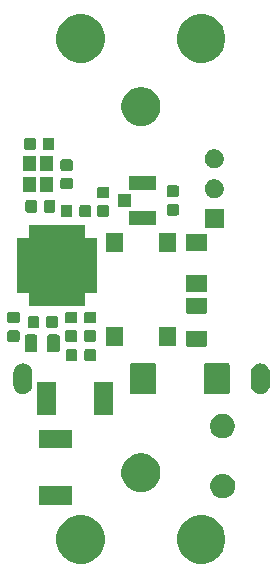
<source format=gbr>
G04 #@! TF.GenerationSoftware,KiCad,Pcbnew,5.1.5*
G04 #@! TF.CreationDate,2020-03-24T00:38:53+03:00*
G04 #@! TF.ProjectId,nordic-switch,6e6f7264-6963-42d7-9377-697463682e6b,1.0*
G04 #@! TF.SameCoordinates,Original*
G04 #@! TF.FileFunction,Soldermask,Top*
G04 #@! TF.FilePolarity,Negative*
%FSLAX46Y46*%
G04 Gerber Fmt 4.6, Leading zero omitted, Abs format (unit mm)*
G04 Created by KiCad (PCBNEW 5.1.5) date 2020-03-24 00:38:53*
%MOMM*%
%LPD*%
G04 APERTURE LIST*
%ADD10C,0.100000*%
G04 APERTURE END LIST*
D10*
G36*
X150098326Y-118927578D02*
G01*
X150098329Y-118927579D01*
X150098328Y-118927579D01*
X150471631Y-119082206D01*
X150807596Y-119306690D01*
X151093310Y-119592404D01*
X151317794Y-119928369D01*
X151317795Y-119928371D01*
X151472422Y-120301674D01*
X151551250Y-120697968D01*
X151551250Y-121102032D01*
X151472422Y-121498326D01*
X151472421Y-121498328D01*
X151317794Y-121871631D01*
X151093310Y-122207596D01*
X150807596Y-122493310D01*
X150471631Y-122717794D01*
X150471630Y-122717795D01*
X150471629Y-122717795D01*
X150098326Y-122872422D01*
X149702032Y-122951250D01*
X149297968Y-122951250D01*
X148901674Y-122872422D01*
X148528371Y-122717795D01*
X148528370Y-122717795D01*
X148528369Y-122717794D01*
X148192404Y-122493310D01*
X147906690Y-122207596D01*
X147682206Y-121871631D01*
X147527579Y-121498328D01*
X147527578Y-121498326D01*
X147448750Y-121102032D01*
X147448750Y-120697968D01*
X147527578Y-120301674D01*
X147682205Y-119928371D01*
X147682206Y-119928369D01*
X147906690Y-119592404D01*
X148192404Y-119306690D01*
X148528369Y-119082206D01*
X148901672Y-118927579D01*
X148901671Y-118927579D01*
X148901674Y-118927578D01*
X149297968Y-118848750D01*
X149702032Y-118848750D01*
X150098326Y-118927578D01*
G37*
G36*
X139898326Y-118927578D02*
G01*
X139898329Y-118927579D01*
X139898328Y-118927579D01*
X140271631Y-119082206D01*
X140607596Y-119306690D01*
X140893310Y-119592404D01*
X141117794Y-119928369D01*
X141117795Y-119928371D01*
X141272422Y-120301674D01*
X141351250Y-120697968D01*
X141351250Y-121102032D01*
X141272422Y-121498326D01*
X141272421Y-121498328D01*
X141117794Y-121871631D01*
X140893310Y-122207596D01*
X140607596Y-122493310D01*
X140271631Y-122717794D01*
X140271630Y-122717795D01*
X140271629Y-122717795D01*
X139898326Y-122872422D01*
X139502032Y-122951250D01*
X139097968Y-122951250D01*
X138701674Y-122872422D01*
X138328371Y-122717795D01*
X138328370Y-122717795D01*
X138328369Y-122717794D01*
X137992404Y-122493310D01*
X137706690Y-122207596D01*
X137482206Y-121871631D01*
X137327579Y-121498328D01*
X137327578Y-121498326D01*
X137248750Y-121102032D01*
X137248750Y-120697968D01*
X137327578Y-120301674D01*
X137482205Y-119928371D01*
X137482206Y-119928369D01*
X137706690Y-119592404D01*
X137992404Y-119306690D01*
X138328369Y-119082206D01*
X138701672Y-118927579D01*
X138701671Y-118927579D01*
X138701674Y-118927578D01*
X139097968Y-118848750D01*
X139502032Y-118848750D01*
X139898326Y-118927578D01*
G37*
G36*
X138601000Y-118001000D02*
G01*
X135799000Y-118001000D01*
X135799000Y-116399000D01*
X138601000Y-116399000D01*
X138601000Y-118001000D01*
G37*
G36*
X151616564Y-115369389D02*
G01*
X151720911Y-115412611D01*
X151807835Y-115448616D01*
X151979973Y-115563635D01*
X152126365Y-115710027D01*
X152241385Y-115882167D01*
X152320611Y-116073436D01*
X152361000Y-116276484D01*
X152361000Y-116483516D01*
X152320611Y-116686564D01*
X152309620Y-116713098D01*
X152241384Y-116877835D01*
X152126365Y-117049973D01*
X151979973Y-117196365D01*
X151807835Y-117311384D01*
X151807834Y-117311385D01*
X151807833Y-117311385D01*
X151616564Y-117390611D01*
X151413516Y-117431000D01*
X151206484Y-117431000D01*
X151003436Y-117390611D01*
X150812167Y-117311385D01*
X150812166Y-117311385D01*
X150812165Y-117311384D01*
X150640027Y-117196365D01*
X150493635Y-117049973D01*
X150378616Y-116877835D01*
X150310380Y-116713098D01*
X150299389Y-116686564D01*
X150259000Y-116483516D01*
X150259000Y-116276484D01*
X150299389Y-116073436D01*
X150378615Y-115882167D01*
X150493635Y-115710027D01*
X150640027Y-115563635D01*
X150812165Y-115448616D01*
X150899089Y-115412611D01*
X151003436Y-115369389D01*
X151206484Y-115329000D01*
X151413516Y-115329000D01*
X151616564Y-115369389D01*
G37*
G36*
X144775256Y-113641298D02*
G01*
X144881579Y-113662447D01*
X145182042Y-113786903D01*
X145452451Y-113967585D01*
X145682415Y-114197549D01*
X145863097Y-114467958D01*
X145987553Y-114768421D01*
X146051000Y-115087391D01*
X146051000Y-115412609D01*
X145987553Y-115731579D01*
X145863097Y-116032042D01*
X145682415Y-116302451D01*
X145452451Y-116532415D01*
X145182042Y-116713097D01*
X144881579Y-116837553D01*
X144775256Y-116858702D01*
X144562611Y-116901000D01*
X144237389Y-116901000D01*
X144024744Y-116858702D01*
X143918421Y-116837553D01*
X143617958Y-116713097D01*
X143347549Y-116532415D01*
X143117585Y-116302451D01*
X142936903Y-116032042D01*
X142812447Y-115731579D01*
X142749000Y-115412609D01*
X142749000Y-115087391D01*
X142812447Y-114768421D01*
X142936903Y-114467958D01*
X143117585Y-114197549D01*
X143347549Y-113967585D01*
X143617958Y-113786903D01*
X143918421Y-113662447D01*
X144024744Y-113641298D01*
X144237389Y-113599000D01*
X144562611Y-113599000D01*
X144775256Y-113641298D01*
G37*
G36*
X138601000Y-113201000D02*
G01*
X135799000Y-113201000D01*
X135799000Y-111599000D01*
X138601000Y-111599000D01*
X138601000Y-113201000D01*
G37*
G36*
X151606564Y-110289389D02*
G01*
X151797833Y-110368615D01*
X151797835Y-110368616D01*
X151846301Y-110401000D01*
X151969973Y-110483635D01*
X152116365Y-110630027D01*
X152231385Y-110802167D01*
X152310611Y-110993436D01*
X152351000Y-111196484D01*
X152351000Y-111403516D01*
X152310611Y-111606564D01*
X152231385Y-111797833D01*
X152231384Y-111797835D01*
X152116365Y-111969973D01*
X151969973Y-112116365D01*
X151797835Y-112231384D01*
X151797834Y-112231385D01*
X151797833Y-112231385D01*
X151606564Y-112310611D01*
X151403516Y-112351000D01*
X151196484Y-112351000D01*
X150993436Y-112310611D01*
X150802167Y-112231385D01*
X150802166Y-112231385D01*
X150802165Y-112231384D01*
X150630027Y-112116365D01*
X150483635Y-111969973D01*
X150368616Y-111797835D01*
X150368615Y-111797833D01*
X150289389Y-111606564D01*
X150249000Y-111403516D01*
X150249000Y-111196484D01*
X150289389Y-110993436D01*
X150368615Y-110802167D01*
X150483635Y-110630027D01*
X150630027Y-110483635D01*
X150753699Y-110401000D01*
X150802165Y-110368616D01*
X150802167Y-110368615D01*
X150993436Y-110289389D01*
X151196484Y-110249000D01*
X151403516Y-110249000D01*
X151606564Y-110289389D01*
G37*
G36*
X142001000Y-110401000D02*
G01*
X140399000Y-110401000D01*
X140399000Y-107599000D01*
X142001000Y-107599000D01*
X142001000Y-110401000D01*
G37*
G36*
X137201000Y-110401000D02*
G01*
X135599000Y-110401000D01*
X135599000Y-107599000D01*
X137201000Y-107599000D01*
X137201000Y-110401000D01*
G37*
G36*
X145541132Y-105977810D02*
G01*
X145572423Y-105987302D01*
X145601263Y-106002717D01*
X145626539Y-106023461D01*
X145647283Y-106048737D01*
X145662698Y-106077577D01*
X145672190Y-106108868D01*
X145676000Y-106147551D01*
X145676000Y-108452449D01*
X145672190Y-108491132D01*
X145662698Y-108522423D01*
X145647283Y-108551263D01*
X145626539Y-108576539D01*
X145601263Y-108597283D01*
X145572423Y-108612698D01*
X145541132Y-108622190D01*
X145502449Y-108626000D01*
X143672551Y-108626000D01*
X143633868Y-108622190D01*
X143602577Y-108612698D01*
X143573737Y-108597283D01*
X143548461Y-108576539D01*
X143527717Y-108551263D01*
X143512302Y-108522423D01*
X143502810Y-108491132D01*
X143499000Y-108452449D01*
X143499000Y-106147551D01*
X143502810Y-106108868D01*
X143512302Y-106077577D01*
X143527717Y-106048737D01*
X143548461Y-106023461D01*
X143573737Y-106002717D01*
X143602577Y-105987302D01*
X143633868Y-105977810D01*
X143672551Y-105974000D01*
X145502449Y-105974000D01*
X145541132Y-105977810D01*
G37*
G36*
X151766132Y-105977810D02*
G01*
X151797423Y-105987302D01*
X151826263Y-106002717D01*
X151851539Y-106023461D01*
X151872283Y-106048737D01*
X151887698Y-106077577D01*
X151897190Y-106108868D01*
X151901000Y-106147551D01*
X151901000Y-108452449D01*
X151897190Y-108491132D01*
X151887698Y-108522423D01*
X151872283Y-108551263D01*
X151851539Y-108576539D01*
X151826263Y-108597283D01*
X151797423Y-108612698D01*
X151766132Y-108622190D01*
X151727449Y-108626000D01*
X149897551Y-108626000D01*
X149858868Y-108622190D01*
X149827577Y-108612698D01*
X149798737Y-108597283D01*
X149773461Y-108576539D01*
X149752717Y-108551263D01*
X149737302Y-108522423D01*
X149727810Y-108491132D01*
X149724000Y-108452449D01*
X149724000Y-106147551D01*
X149727810Y-106108868D01*
X149737302Y-106077577D01*
X149752717Y-106048737D01*
X149773461Y-106023461D01*
X149798737Y-106002717D01*
X149827577Y-105987302D01*
X149858868Y-105977810D01*
X149897551Y-105974000D01*
X151727449Y-105974000D01*
X151766132Y-105977810D01*
G37*
G36*
X134557023Y-106010590D02*
G01*
X134657682Y-106041125D01*
X134708013Y-106056392D01*
X134847165Y-106130771D01*
X134969133Y-106230867D01*
X135069229Y-106352835D01*
X135143608Y-106491987D01*
X135143608Y-106491988D01*
X135189410Y-106642977D01*
X135201000Y-106760655D01*
X135201000Y-107839345D01*
X135189410Y-107957023D01*
X135158875Y-108057682D01*
X135143608Y-108108013D01*
X135069230Y-108247164D01*
X135069229Y-108247165D01*
X134969133Y-108369133D01*
X134867611Y-108452449D01*
X134847164Y-108469229D01*
X134708012Y-108543608D01*
X134682776Y-108551263D01*
X134557022Y-108589410D01*
X134400000Y-108604875D01*
X134242977Y-108589410D01*
X134117223Y-108551263D01*
X134091987Y-108543608D01*
X133952835Y-108469229D01*
X133946567Y-108464085D01*
X133830867Y-108369133D01*
X133730771Y-108247164D01*
X133656393Y-108108013D01*
X133656392Y-108108012D01*
X133641125Y-108057681D01*
X133610590Y-107957022D01*
X133599000Y-107839344D01*
X133599001Y-106760655D01*
X133610591Y-106642977D01*
X133656393Y-106491988D01*
X133656393Y-106491987D01*
X133730772Y-106352835D01*
X133830868Y-106230867D01*
X133952836Y-106130771D01*
X134091988Y-106056392D01*
X134142319Y-106041125D01*
X134242978Y-106010590D01*
X134400000Y-105995125D01*
X134557023Y-106010590D01*
G37*
G36*
X154657023Y-106010590D02*
G01*
X154757682Y-106041125D01*
X154808013Y-106056392D01*
X154947165Y-106130771D01*
X155069133Y-106230867D01*
X155169229Y-106352835D01*
X155243608Y-106491987D01*
X155243608Y-106491988D01*
X155289410Y-106642977D01*
X155301000Y-106760655D01*
X155301000Y-107839345D01*
X155289410Y-107957023D01*
X155258875Y-108057682D01*
X155243608Y-108108013D01*
X155169230Y-108247164D01*
X155169229Y-108247165D01*
X155069133Y-108369133D01*
X154967611Y-108452449D01*
X154947164Y-108469229D01*
X154808012Y-108543608D01*
X154782776Y-108551263D01*
X154657022Y-108589410D01*
X154500000Y-108604875D01*
X154342977Y-108589410D01*
X154217223Y-108551263D01*
X154191987Y-108543608D01*
X154052835Y-108469229D01*
X154046567Y-108464085D01*
X153930867Y-108369133D01*
X153830771Y-108247164D01*
X153756393Y-108108013D01*
X153756392Y-108108012D01*
X153741125Y-108057681D01*
X153710590Y-107957022D01*
X153699000Y-107839344D01*
X153699001Y-106760655D01*
X153710591Y-106642977D01*
X153756393Y-106491988D01*
X153756393Y-106491987D01*
X153830772Y-106352835D01*
X153930868Y-106230867D01*
X154052836Y-106130771D01*
X154191988Y-106056392D01*
X154242319Y-106041125D01*
X154342978Y-106010590D01*
X154500000Y-105995125D01*
X154657023Y-106010590D01*
G37*
G36*
X140442091Y-104778085D02*
G01*
X140476069Y-104788393D01*
X140507390Y-104805134D01*
X140534839Y-104827661D01*
X140557366Y-104855110D01*
X140574107Y-104886431D01*
X140584415Y-104920409D01*
X140588500Y-104961890D01*
X140588500Y-105638110D01*
X140584415Y-105679591D01*
X140574107Y-105713569D01*
X140557366Y-105744890D01*
X140534839Y-105772339D01*
X140507390Y-105794866D01*
X140476069Y-105811607D01*
X140442091Y-105821915D01*
X140400610Y-105826000D01*
X139799390Y-105826000D01*
X139757909Y-105821915D01*
X139723931Y-105811607D01*
X139692610Y-105794866D01*
X139665161Y-105772339D01*
X139642634Y-105744890D01*
X139625893Y-105713569D01*
X139615585Y-105679591D01*
X139611500Y-105638110D01*
X139611500Y-104961890D01*
X139615585Y-104920409D01*
X139625893Y-104886431D01*
X139642634Y-104855110D01*
X139665161Y-104827661D01*
X139692610Y-104805134D01*
X139723931Y-104788393D01*
X139757909Y-104778085D01*
X139799390Y-104774000D01*
X140400610Y-104774000D01*
X140442091Y-104778085D01*
G37*
G36*
X138867091Y-104778085D02*
G01*
X138901069Y-104788393D01*
X138932390Y-104805134D01*
X138959839Y-104827661D01*
X138982366Y-104855110D01*
X138999107Y-104886431D01*
X139009415Y-104920409D01*
X139013500Y-104961890D01*
X139013500Y-105638110D01*
X139009415Y-105679591D01*
X138999107Y-105713569D01*
X138982366Y-105744890D01*
X138959839Y-105772339D01*
X138932390Y-105794866D01*
X138901069Y-105811607D01*
X138867091Y-105821915D01*
X138825610Y-105826000D01*
X138224390Y-105826000D01*
X138182909Y-105821915D01*
X138148931Y-105811607D01*
X138117610Y-105794866D01*
X138090161Y-105772339D01*
X138067634Y-105744890D01*
X138050893Y-105713569D01*
X138040585Y-105679591D01*
X138036500Y-105638110D01*
X138036500Y-104961890D01*
X138040585Y-104920409D01*
X138050893Y-104886431D01*
X138067634Y-104855110D01*
X138090161Y-104827661D01*
X138117610Y-104805134D01*
X138148931Y-104788393D01*
X138182909Y-104778085D01*
X138224390Y-104774000D01*
X138825610Y-104774000D01*
X138867091Y-104778085D01*
G37*
G36*
X135471968Y-103553565D02*
G01*
X135510638Y-103565296D01*
X135546277Y-103584346D01*
X135577517Y-103609983D01*
X135603154Y-103641223D01*
X135622204Y-103676862D01*
X135633935Y-103715532D01*
X135638500Y-103761888D01*
X135638500Y-104838112D01*
X135633935Y-104884468D01*
X135622204Y-104923138D01*
X135603154Y-104958777D01*
X135577517Y-104990017D01*
X135546277Y-105015654D01*
X135510638Y-105034704D01*
X135471968Y-105046435D01*
X135425612Y-105051000D01*
X134774388Y-105051000D01*
X134728032Y-105046435D01*
X134689362Y-105034704D01*
X134653723Y-105015654D01*
X134622483Y-104990017D01*
X134596846Y-104958777D01*
X134577796Y-104923138D01*
X134566065Y-104884468D01*
X134561500Y-104838112D01*
X134561500Y-103761888D01*
X134566065Y-103715532D01*
X134577796Y-103676862D01*
X134596846Y-103641223D01*
X134622483Y-103609983D01*
X134653723Y-103584346D01*
X134689362Y-103565296D01*
X134728032Y-103553565D01*
X134774388Y-103549000D01*
X135425612Y-103549000D01*
X135471968Y-103553565D01*
G37*
G36*
X137346968Y-103553565D02*
G01*
X137385638Y-103565296D01*
X137421277Y-103584346D01*
X137452517Y-103609983D01*
X137478154Y-103641223D01*
X137497204Y-103676862D01*
X137508935Y-103715532D01*
X137513500Y-103761888D01*
X137513500Y-104838112D01*
X137508935Y-104884468D01*
X137497204Y-104923138D01*
X137478154Y-104958777D01*
X137452517Y-104990017D01*
X137421277Y-105015654D01*
X137385638Y-105034704D01*
X137346968Y-105046435D01*
X137300612Y-105051000D01*
X136649388Y-105051000D01*
X136603032Y-105046435D01*
X136564362Y-105034704D01*
X136528723Y-105015654D01*
X136497483Y-104990017D01*
X136471846Y-104958777D01*
X136452796Y-104923138D01*
X136441065Y-104884468D01*
X136436500Y-104838112D01*
X136436500Y-103761888D01*
X136441065Y-103715532D01*
X136452796Y-103676862D01*
X136471846Y-103641223D01*
X136497483Y-103609983D01*
X136528723Y-103584346D01*
X136564362Y-103565296D01*
X136603032Y-103553565D01*
X136649388Y-103549000D01*
X137300612Y-103549000D01*
X137346968Y-103553565D01*
G37*
G36*
X149868604Y-103228347D02*
G01*
X149905144Y-103239432D01*
X149938821Y-103257433D01*
X149968341Y-103281659D01*
X149992567Y-103311179D01*
X150010568Y-103344856D01*
X150021653Y-103381396D01*
X150026000Y-103425538D01*
X150026000Y-104374462D01*
X150021653Y-104418604D01*
X150010568Y-104455144D01*
X149992567Y-104488821D01*
X149968341Y-104518341D01*
X149938821Y-104542567D01*
X149905144Y-104560568D01*
X149868604Y-104571653D01*
X149824462Y-104576000D01*
X148375538Y-104576000D01*
X148331396Y-104571653D01*
X148294856Y-104560568D01*
X148261179Y-104542567D01*
X148231659Y-104518341D01*
X148207433Y-104488821D01*
X148189432Y-104455144D01*
X148178347Y-104418604D01*
X148174000Y-104374462D01*
X148174000Y-103425538D01*
X148178347Y-103381396D01*
X148189432Y-103344856D01*
X148207433Y-103311179D01*
X148231659Y-103281659D01*
X148261179Y-103257433D01*
X148294856Y-103239432D01*
X148331396Y-103228347D01*
X148375538Y-103224000D01*
X149824462Y-103224000D01*
X149868604Y-103228347D01*
G37*
G36*
X142851000Y-104556000D02*
G01*
X141449000Y-104556000D01*
X141449000Y-102904000D01*
X142851000Y-102904000D01*
X142851000Y-104556000D01*
G37*
G36*
X147351000Y-104556000D02*
G01*
X145949000Y-104556000D01*
X145949000Y-102904000D01*
X147351000Y-102904000D01*
X147351000Y-104556000D01*
G37*
G36*
X133979591Y-103190585D02*
G01*
X134013569Y-103200893D01*
X134044890Y-103217634D01*
X134072339Y-103240161D01*
X134094866Y-103267610D01*
X134111607Y-103298931D01*
X134121915Y-103332909D01*
X134126000Y-103374390D01*
X134126000Y-103975610D01*
X134121915Y-104017091D01*
X134111607Y-104051069D01*
X134094866Y-104082390D01*
X134072339Y-104109839D01*
X134044890Y-104132366D01*
X134013569Y-104149107D01*
X133979591Y-104159415D01*
X133938110Y-104163500D01*
X133261890Y-104163500D01*
X133220409Y-104159415D01*
X133186431Y-104149107D01*
X133155110Y-104132366D01*
X133127661Y-104109839D01*
X133105134Y-104082390D01*
X133088393Y-104051069D01*
X133078085Y-104017091D01*
X133074000Y-103975610D01*
X133074000Y-103374390D01*
X133078085Y-103332909D01*
X133088393Y-103298931D01*
X133105134Y-103267610D01*
X133127661Y-103240161D01*
X133155110Y-103217634D01*
X133186431Y-103200893D01*
X133220409Y-103190585D01*
X133261890Y-103186500D01*
X133938110Y-103186500D01*
X133979591Y-103190585D01*
G37*
G36*
X138879591Y-103190585D02*
G01*
X138913569Y-103200893D01*
X138944890Y-103217634D01*
X138972339Y-103240161D01*
X138994866Y-103267610D01*
X139011607Y-103298931D01*
X139021915Y-103332909D01*
X139026000Y-103374390D01*
X139026000Y-103975610D01*
X139021915Y-104017091D01*
X139011607Y-104051069D01*
X138994866Y-104082390D01*
X138972339Y-104109839D01*
X138944890Y-104132366D01*
X138913569Y-104149107D01*
X138879591Y-104159415D01*
X138838110Y-104163500D01*
X138161890Y-104163500D01*
X138120409Y-104159415D01*
X138086431Y-104149107D01*
X138055110Y-104132366D01*
X138027661Y-104109839D01*
X138005134Y-104082390D01*
X137988393Y-104051069D01*
X137978085Y-104017091D01*
X137974000Y-103975610D01*
X137974000Y-103374390D01*
X137978085Y-103332909D01*
X137988393Y-103298931D01*
X138005134Y-103267610D01*
X138027661Y-103240161D01*
X138055110Y-103217634D01*
X138086431Y-103200893D01*
X138120409Y-103190585D01*
X138161890Y-103186500D01*
X138838110Y-103186500D01*
X138879591Y-103190585D01*
G37*
G36*
X140479591Y-103190585D02*
G01*
X140513569Y-103200893D01*
X140544890Y-103217634D01*
X140572339Y-103240161D01*
X140594866Y-103267610D01*
X140611607Y-103298931D01*
X140621915Y-103332909D01*
X140626000Y-103374390D01*
X140626000Y-103975610D01*
X140621915Y-104017091D01*
X140611607Y-104051069D01*
X140594866Y-104082390D01*
X140572339Y-104109839D01*
X140544890Y-104132366D01*
X140513569Y-104149107D01*
X140479591Y-104159415D01*
X140438110Y-104163500D01*
X139761890Y-104163500D01*
X139720409Y-104159415D01*
X139686431Y-104149107D01*
X139655110Y-104132366D01*
X139627661Y-104109839D01*
X139605134Y-104082390D01*
X139588393Y-104051069D01*
X139578085Y-104017091D01*
X139574000Y-103975610D01*
X139574000Y-103374390D01*
X139578085Y-103332909D01*
X139588393Y-103298931D01*
X139605134Y-103267610D01*
X139627661Y-103240161D01*
X139655110Y-103217634D01*
X139686431Y-103200893D01*
X139720409Y-103190585D01*
X139761890Y-103186500D01*
X140438110Y-103186500D01*
X140479591Y-103190585D01*
G37*
G36*
X137217091Y-101978085D02*
G01*
X137251069Y-101988393D01*
X137282390Y-102005134D01*
X137309839Y-102027661D01*
X137332366Y-102055110D01*
X137349107Y-102086431D01*
X137359415Y-102120409D01*
X137363500Y-102161890D01*
X137363500Y-102838110D01*
X137359415Y-102879591D01*
X137349107Y-102913569D01*
X137332366Y-102944890D01*
X137309839Y-102972339D01*
X137282390Y-102994866D01*
X137251069Y-103011607D01*
X137217091Y-103021915D01*
X137175610Y-103026000D01*
X136574390Y-103026000D01*
X136532909Y-103021915D01*
X136498931Y-103011607D01*
X136467610Y-102994866D01*
X136440161Y-102972339D01*
X136417634Y-102944890D01*
X136400893Y-102913569D01*
X136390585Y-102879591D01*
X136386500Y-102838110D01*
X136386500Y-102161890D01*
X136390585Y-102120409D01*
X136400893Y-102086431D01*
X136417634Y-102055110D01*
X136440161Y-102027661D01*
X136467610Y-102005134D01*
X136498931Y-101988393D01*
X136532909Y-101978085D01*
X136574390Y-101974000D01*
X137175610Y-101974000D01*
X137217091Y-101978085D01*
G37*
G36*
X135642091Y-101978085D02*
G01*
X135676069Y-101988393D01*
X135707390Y-102005134D01*
X135734839Y-102027661D01*
X135757366Y-102055110D01*
X135774107Y-102086431D01*
X135784415Y-102120409D01*
X135788500Y-102161890D01*
X135788500Y-102838110D01*
X135784415Y-102879591D01*
X135774107Y-102913569D01*
X135757366Y-102944890D01*
X135734839Y-102972339D01*
X135707390Y-102994866D01*
X135676069Y-103011607D01*
X135642091Y-103021915D01*
X135600610Y-103026000D01*
X134999390Y-103026000D01*
X134957909Y-103021915D01*
X134923931Y-103011607D01*
X134892610Y-102994866D01*
X134865161Y-102972339D01*
X134842634Y-102944890D01*
X134825893Y-102913569D01*
X134815585Y-102879591D01*
X134811500Y-102838110D01*
X134811500Y-102161890D01*
X134815585Y-102120409D01*
X134825893Y-102086431D01*
X134842634Y-102055110D01*
X134865161Y-102027661D01*
X134892610Y-102005134D01*
X134923931Y-101988393D01*
X134957909Y-101978085D01*
X134999390Y-101974000D01*
X135600610Y-101974000D01*
X135642091Y-101978085D01*
G37*
G36*
X140479591Y-101615585D02*
G01*
X140513569Y-101625893D01*
X140544890Y-101642634D01*
X140572339Y-101665161D01*
X140594866Y-101692610D01*
X140611607Y-101723931D01*
X140621915Y-101757909D01*
X140626000Y-101799390D01*
X140626000Y-102400610D01*
X140621915Y-102442091D01*
X140611607Y-102476069D01*
X140594866Y-102507390D01*
X140572339Y-102534839D01*
X140544890Y-102557366D01*
X140513569Y-102574107D01*
X140479591Y-102584415D01*
X140438110Y-102588500D01*
X139761890Y-102588500D01*
X139720409Y-102584415D01*
X139686431Y-102574107D01*
X139655110Y-102557366D01*
X139627661Y-102534839D01*
X139605134Y-102507390D01*
X139588393Y-102476069D01*
X139578085Y-102442091D01*
X139574000Y-102400610D01*
X139574000Y-101799390D01*
X139578085Y-101757909D01*
X139588393Y-101723931D01*
X139605134Y-101692610D01*
X139627661Y-101665161D01*
X139655110Y-101642634D01*
X139686431Y-101625893D01*
X139720409Y-101615585D01*
X139761890Y-101611500D01*
X140438110Y-101611500D01*
X140479591Y-101615585D01*
G37*
G36*
X133979591Y-101615585D02*
G01*
X134013569Y-101625893D01*
X134044890Y-101642634D01*
X134072339Y-101665161D01*
X134094866Y-101692610D01*
X134111607Y-101723931D01*
X134121915Y-101757909D01*
X134126000Y-101799390D01*
X134126000Y-102400610D01*
X134121915Y-102442091D01*
X134111607Y-102476069D01*
X134094866Y-102507390D01*
X134072339Y-102534839D01*
X134044890Y-102557366D01*
X134013569Y-102574107D01*
X133979591Y-102584415D01*
X133938110Y-102588500D01*
X133261890Y-102588500D01*
X133220409Y-102584415D01*
X133186431Y-102574107D01*
X133155110Y-102557366D01*
X133127661Y-102534839D01*
X133105134Y-102507390D01*
X133088393Y-102476069D01*
X133078085Y-102442091D01*
X133074000Y-102400610D01*
X133074000Y-101799390D01*
X133078085Y-101757909D01*
X133088393Y-101723931D01*
X133105134Y-101692610D01*
X133127661Y-101665161D01*
X133155110Y-101642634D01*
X133186431Y-101625893D01*
X133220409Y-101615585D01*
X133261890Y-101611500D01*
X133938110Y-101611500D01*
X133979591Y-101615585D01*
G37*
G36*
X138879591Y-101615585D02*
G01*
X138913569Y-101625893D01*
X138944890Y-101642634D01*
X138972339Y-101665161D01*
X138994866Y-101692610D01*
X139011607Y-101723931D01*
X139021915Y-101757909D01*
X139026000Y-101799390D01*
X139026000Y-102400610D01*
X139021915Y-102442091D01*
X139011607Y-102476069D01*
X138994866Y-102507390D01*
X138972339Y-102534839D01*
X138944890Y-102557366D01*
X138913569Y-102574107D01*
X138879591Y-102584415D01*
X138838110Y-102588500D01*
X138161890Y-102588500D01*
X138120409Y-102584415D01*
X138086431Y-102574107D01*
X138055110Y-102557366D01*
X138027661Y-102534839D01*
X138005134Y-102507390D01*
X137988393Y-102476069D01*
X137978085Y-102442091D01*
X137974000Y-102400610D01*
X137974000Y-101799390D01*
X137978085Y-101757909D01*
X137988393Y-101723931D01*
X138005134Y-101692610D01*
X138027661Y-101665161D01*
X138055110Y-101642634D01*
X138086431Y-101625893D01*
X138120409Y-101615585D01*
X138161890Y-101611500D01*
X138838110Y-101611500D01*
X138879591Y-101615585D01*
G37*
G36*
X149868604Y-100428347D02*
G01*
X149905144Y-100439432D01*
X149938821Y-100457433D01*
X149968341Y-100481659D01*
X149992567Y-100511179D01*
X150010568Y-100544856D01*
X150021653Y-100581396D01*
X150026000Y-100625538D01*
X150026000Y-101574462D01*
X150021653Y-101618604D01*
X150010568Y-101655144D01*
X149992567Y-101688821D01*
X149968341Y-101718341D01*
X149938821Y-101742567D01*
X149905144Y-101760568D01*
X149868604Y-101771653D01*
X149824462Y-101776000D01*
X148375538Y-101776000D01*
X148331396Y-101771653D01*
X148294856Y-101760568D01*
X148261179Y-101742567D01*
X148231659Y-101718341D01*
X148207433Y-101688821D01*
X148189432Y-101655144D01*
X148178347Y-101618604D01*
X148174000Y-101574462D01*
X148174000Y-100625538D01*
X148178347Y-100581396D01*
X148189432Y-100544856D01*
X148207433Y-100511179D01*
X148231659Y-100481659D01*
X148261179Y-100457433D01*
X148294856Y-100439432D01*
X148331396Y-100428347D01*
X148375538Y-100424000D01*
X149824462Y-100424000D01*
X149868604Y-100428347D01*
G37*
G36*
X135240416Y-94299843D02*
G01*
X135244556Y-94301099D01*
X135263716Y-94309035D01*
X135287750Y-94313815D01*
X135312254Y-94313815D01*
X135336287Y-94309034D01*
X135355445Y-94301099D01*
X135359584Y-94299843D01*
X135368143Y-94299000D01*
X135631857Y-94299000D01*
X135640416Y-94299843D01*
X135644556Y-94301099D01*
X135663716Y-94309035D01*
X135687750Y-94313815D01*
X135712254Y-94313815D01*
X135736287Y-94309034D01*
X135755445Y-94301099D01*
X135759584Y-94299843D01*
X135768143Y-94299000D01*
X136031857Y-94299000D01*
X136040416Y-94299843D01*
X136044556Y-94301099D01*
X136063716Y-94309035D01*
X136087750Y-94313815D01*
X136112254Y-94313815D01*
X136136287Y-94309034D01*
X136155445Y-94301099D01*
X136159584Y-94299843D01*
X136168143Y-94299000D01*
X136431857Y-94299000D01*
X136440416Y-94299843D01*
X136444556Y-94301099D01*
X136463716Y-94309035D01*
X136487750Y-94313815D01*
X136512254Y-94313815D01*
X136536287Y-94309034D01*
X136555445Y-94301099D01*
X136559584Y-94299843D01*
X136568143Y-94299000D01*
X136831857Y-94299000D01*
X136840416Y-94299843D01*
X136844556Y-94301099D01*
X136863716Y-94309035D01*
X136887750Y-94313815D01*
X136912254Y-94313815D01*
X136936287Y-94309034D01*
X136955445Y-94301099D01*
X136959584Y-94299843D01*
X136968143Y-94299000D01*
X137231857Y-94299000D01*
X137240416Y-94299843D01*
X137244556Y-94301099D01*
X137263716Y-94309035D01*
X137287750Y-94313815D01*
X137312254Y-94313815D01*
X137336287Y-94309034D01*
X137355445Y-94301099D01*
X137359584Y-94299843D01*
X137368143Y-94299000D01*
X137631857Y-94299000D01*
X137640416Y-94299843D01*
X137644556Y-94301099D01*
X137663716Y-94309035D01*
X137687750Y-94313815D01*
X137712254Y-94313815D01*
X137736287Y-94309034D01*
X137755445Y-94301099D01*
X137759584Y-94299843D01*
X137768143Y-94299000D01*
X138031857Y-94299000D01*
X138040416Y-94299843D01*
X138044556Y-94301099D01*
X138063716Y-94309035D01*
X138087750Y-94313815D01*
X138112254Y-94313815D01*
X138136287Y-94309034D01*
X138155445Y-94301099D01*
X138159584Y-94299843D01*
X138168143Y-94299000D01*
X138431857Y-94299000D01*
X138440416Y-94299843D01*
X138444556Y-94301099D01*
X138463716Y-94309035D01*
X138487750Y-94313815D01*
X138512254Y-94313815D01*
X138536287Y-94309034D01*
X138555445Y-94301099D01*
X138559584Y-94299843D01*
X138568143Y-94299000D01*
X138831857Y-94299000D01*
X138840416Y-94299843D01*
X138844556Y-94301099D01*
X138863716Y-94309035D01*
X138887750Y-94313815D01*
X138912254Y-94313815D01*
X138936287Y-94309034D01*
X138955445Y-94301099D01*
X138959584Y-94299843D01*
X138968143Y-94299000D01*
X139231857Y-94299000D01*
X139240416Y-94299843D01*
X139244556Y-94301099D01*
X139263716Y-94309035D01*
X139287750Y-94313815D01*
X139312254Y-94313815D01*
X139336287Y-94309034D01*
X139355445Y-94301099D01*
X139359584Y-94299843D01*
X139368143Y-94299000D01*
X139631857Y-94299000D01*
X139640416Y-94299843D01*
X139642745Y-94300550D01*
X139644887Y-94301695D01*
X139646765Y-94303235D01*
X139648305Y-94305113D01*
X139649450Y-94307255D01*
X139650157Y-94309584D01*
X139651000Y-94318143D01*
X139651000Y-95181857D01*
X139650157Y-95190416D01*
X139648622Y-95195476D01*
X139643842Y-95219509D01*
X139643842Y-95244013D01*
X139648623Y-95268047D01*
X139658000Y-95290685D01*
X139671614Y-95311060D01*
X139688941Y-95328387D01*
X139709315Y-95342000D01*
X139731954Y-95351378D01*
X139755987Y-95356158D01*
X139780491Y-95356158D01*
X139804524Y-95351378D01*
X139809584Y-95349843D01*
X139818143Y-95349000D01*
X140681857Y-95349000D01*
X140690416Y-95349843D01*
X140692745Y-95350550D01*
X140694887Y-95351695D01*
X140696765Y-95353235D01*
X140698305Y-95355113D01*
X140699450Y-95357255D01*
X140700157Y-95359584D01*
X140701000Y-95368143D01*
X140701000Y-95631857D01*
X140700157Y-95640416D01*
X140698901Y-95644556D01*
X140690965Y-95663716D01*
X140686185Y-95687750D01*
X140686185Y-95712254D01*
X140690966Y-95736287D01*
X140698901Y-95755445D01*
X140700157Y-95759584D01*
X140701000Y-95768143D01*
X140701000Y-96031857D01*
X140700157Y-96040416D01*
X140698901Y-96044556D01*
X140690965Y-96063716D01*
X140686185Y-96087750D01*
X140686185Y-96112254D01*
X140690966Y-96136287D01*
X140698901Y-96155445D01*
X140700157Y-96159584D01*
X140701000Y-96168143D01*
X140701000Y-96431857D01*
X140700157Y-96440416D01*
X140698901Y-96444556D01*
X140690965Y-96463716D01*
X140686185Y-96487750D01*
X140686185Y-96512254D01*
X140690966Y-96536287D01*
X140698901Y-96555445D01*
X140700157Y-96559584D01*
X140701000Y-96568143D01*
X140701000Y-96831857D01*
X140700157Y-96840416D01*
X140698901Y-96844556D01*
X140690965Y-96863716D01*
X140686185Y-96887750D01*
X140686185Y-96912254D01*
X140690966Y-96936287D01*
X140698901Y-96955445D01*
X140700157Y-96959584D01*
X140701000Y-96968143D01*
X140701000Y-97231857D01*
X140700157Y-97240416D01*
X140698901Y-97244556D01*
X140690965Y-97263716D01*
X140686185Y-97287750D01*
X140686185Y-97312254D01*
X140690966Y-97336287D01*
X140698901Y-97355445D01*
X140700157Y-97359584D01*
X140701000Y-97368143D01*
X140701000Y-97631857D01*
X140700157Y-97640416D01*
X140698901Y-97644556D01*
X140690965Y-97663716D01*
X140686185Y-97687750D01*
X140686185Y-97712254D01*
X140690966Y-97736287D01*
X140698901Y-97755445D01*
X140700157Y-97759584D01*
X140701000Y-97768143D01*
X140701000Y-98031857D01*
X140700157Y-98040416D01*
X140698901Y-98044556D01*
X140690965Y-98063716D01*
X140686185Y-98087750D01*
X140686185Y-98112254D01*
X140690966Y-98136287D01*
X140698901Y-98155445D01*
X140700157Y-98159584D01*
X140701000Y-98168143D01*
X140701000Y-98431857D01*
X140700157Y-98440416D01*
X140698901Y-98444556D01*
X140690965Y-98463716D01*
X140686185Y-98487750D01*
X140686185Y-98512254D01*
X140690966Y-98536287D01*
X140698901Y-98555445D01*
X140700157Y-98559584D01*
X140701000Y-98568143D01*
X140701000Y-98831857D01*
X140700157Y-98840416D01*
X140698901Y-98844556D01*
X140690965Y-98863716D01*
X140686185Y-98887750D01*
X140686185Y-98912254D01*
X140690966Y-98936287D01*
X140698901Y-98955445D01*
X140700157Y-98959584D01*
X140701000Y-98968143D01*
X140701000Y-99231857D01*
X140700157Y-99240416D01*
X140698901Y-99244556D01*
X140690965Y-99263716D01*
X140686185Y-99287750D01*
X140686185Y-99312254D01*
X140690966Y-99336287D01*
X140698901Y-99355445D01*
X140700157Y-99359584D01*
X140701000Y-99368143D01*
X140701000Y-99631857D01*
X140700157Y-99640416D01*
X140698901Y-99644556D01*
X140690965Y-99663716D01*
X140686185Y-99687750D01*
X140686185Y-99712254D01*
X140690966Y-99736287D01*
X140698901Y-99755445D01*
X140700157Y-99759584D01*
X140701000Y-99768143D01*
X140701000Y-100031857D01*
X140700157Y-100040416D01*
X140699450Y-100042745D01*
X140698305Y-100044887D01*
X140696765Y-100046765D01*
X140694887Y-100048305D01*
X140692745Y-100049450D01*
X140690416Y-100050157D01*
X140681857Y-100051000D01*
X139818143Y-100051000D01*
X139809584Y-100050157D01*
X139804524Y-100048622D01*
X139780491Y-100043842D01*
X139755987Y-100043842D01*
X139731953Y-100048623D01*
X139709315Y-100058000D01*
X139688940Y-100071614D01*
X139671613Y-100088941D01*
X139658000Y-100109315D01*
X139648622Y-100131954D01*
X139643842Y-100155987D01*
X139643842Y-100180491D01*
X139648622Y-100204524D01*
X139650157Y-100209584D01*
X139651000Y-100218143D01*
X139651000Y-101081857D01*
X139650157Y-101090416D01*
X139649450Y-101092745D01*
X139648305Y-101094887D01*
X139646765Y-101096765D01*
X139644887Y-101098305D01*
X139642745Y-101099450D01*
X139640416Y-101100157D01*
X139631857Y-101101000D01*
X139368143Y-101101000D01*
X139359584Y-101100157D01*
X139355444Y-101098901D01*
X139336284Y-101090965D01*
X139312250Y-101086185D01*
X139287746Y-101086185D01*
X139263713Y-101090966D01*
X139244555Y-101098901D01*
X139240416Y-101100157D01*
X139231857Y-101101000D01*
X138968143Y-101101000D01*
X138959584Y-101100157D01*
X138955444Y-101098901D01*
X138936284Y-101090965D01*
X138912250Y-101086185D01*
X138887746Y-101086185D01*
X138863713Y-101090966D01*
X138844555Y-101098901D01*
X138840416Y-101100157D01*
X138831857Y-101101000D01*
X138568143Y-101101000D01*
X138559584Y-101100157D01*
X138555444Y-101098901D01*
X138536284Y-101090965D01*
X138512250Y-101086185D01*
X138487746Y-101086185D01*
X138463713Y-101090966D01*
X138444555Y-101098901D01*
X138440416Y-101100157D01*
X138431857Y-101101000D01*
X138168143Y-101101000D01*
X138159584Y-101100157D01*
X138155444Y-101098901D01*
X138136284Y-101090965D01*
X138112250Y-101086185D01*
X138087746Y-101086185D01*
X138063713Y-101090966D01*
X138044555Y-101098901D01*
X138040416Y-101100157D01*
X138031857Y-101101000D01*
X137768143Y-101101000D01*
X137759584Y-101100157D01*
X137755444Y-101098901D01*
X137736284Y-101090965D01*
X137712250Y-101086185D01*
X137687746Y-101086185D01*
X137663713Y-101090966D01*
X137644555Y-101098901D01*
X137640416Y-101100157D01*
X137631857Y-101101000D01*
X137368143Y-101101000D01*
X137359584Y-101100157D01*
X137355444Y-101098901D01*
X137336284Y-101090965D01*
X137312250Y-101086185D01*
X137287746Y-101086185D01*
X137263713Y-101090966D01*
X137244555Y-101098901D01*
X137240416Y-101100157D01*
X137231857Y-101101000D01*
X136968143Y-101101000D01*
X136959584Y-101100157D01*
X136955444Y-101098901D01*
X136936284Y-101090965D01*
X136912250Y-101086185D01*
X136887746Y-101086185D01*
X136863713Y-101090966D01*
X136844555Y-101098901D01*
X136840416Y-101100157D01*
X136831857Y-101101000D01*
X136568143Y-101101000D01*
X136559584Y-101100157D01*
X136555444Y-101098901D01*
X136536284Y-101090965D01*
X136512250Y-101086185D01*
X136487746Y-101086185D01*
X136463713Y-101090966D01*
X136444555Y-101098901D01*
X136440416Y-101100157D01*
X136431857Y-101101000D01*
X136168143Y-101101000D01*
X136159584Y-101100157D01*
X136155444Y-101098901D01*
X136136284Y-101090965D01*
X136112250Y-101086185D01*
X136087746Y-101086185D01*
X136063713Y-101090966D01*
X136044555Y-101098901D01*
X136040416Y-101100157D01*
X136031857Y-101101000D01*
X135768143Y-101101000D01*
X135759584Y-101100157D01*
X135755444Y-101098901D01*
X135736284Y-101090965D01*
X135712250Y-101086185D01*
X135687746Y-101086185D01*
X135663713Y-101090966D01*
X135644555Y-101098901D01*
X135640416Y-101100157D01*
X135631857Y-101101000D01*
X135368143Y-101101000D01*
X135359584Y-101100157D01*
X135355444Y-101098901D01*
X135336284Y-101090965D01*
X135312250Y-101086185D01*
X135287746Y-101086185D01*
X135263713Y-101090966D01*
X135244555Y-101098901D01*
X135240416Y-101100157D01*
X135231857Y-101101000D01*
X134968143Y-101101000D01*
X134959584Y-101100157D01*
X134957255Y-101099450D01*
X134955113Y-101098305D01*
X134953235Y-101096765D01*
X134951695Y-101094887D01*
X134950550Y-101092745D01*
X134949843Y-101090416D01*
X134949000Y-101081857D01*
X134949000Y-100218143D01*
X134949843Y-100209584D01*
X134951378Y-100204524D01*
X134956158Y-100180491D01*
X134956158Y-100155987D01*
X134951377Y-100131953D01*
X134942000Y-100109315D01*
X134928386Y-100088940D01*
X134911059Y-100071613D01*
X134890685Y-100058000D01*
X134868046Y-100048622D01*
X134844013Y-100043842D01*
X134819509Y-100043842D01*
X134795476Y-100048622D01*
X134790416Y-100050157D01*
X134781857Y-100051000D01*
X133918143Y-100051000D01*
X133909584Y-100050157D01*
X133907255Y-100049450D01*
X133905113Y-100048305D01*
X133903235Y-100046765D01*
X133901695Y-100044887D01*
X133900550Y-100042745D01*
X133899843Y-100040416D01*
X133899000Y-100031857D01*
X133899000Y-99768143D01*
X133899843Y-99759584D01*
X133901099Y-99755444D01*
X133909035Y-99736284D01*
X133913815Y-99712250D01*
X133913815Y-99687746D01*
X133909034Y-99663713D01*
X133901099Y-99644555D01*
X133899843Y-99640416D01*
X133899000Y-99631857D01*
X133899000Y-99368143D01*
X133899843Y-99359584D01*
X133901099Y-99355444D01*
X133909035Y-99336284D01*
X133913815Y-99312250D01*
X133913815Y-99287746D01*
X133909034Y-99263713D01*
X133901099Y-99244555D01*
X133899843Y-99240416D01*
X133899000Y-99231857D01*
X133899000Y-98968143D01*
X133899843Y-98959584D01*
X133901099Y-98955444D01*
X133909035Y-98936284D01*
X133913815Y-98912250D01*
X133913815Y-98887746D01*
X133909034Y-98863713D01*
X133901099Y-98844555D01*
X133899843Y-98840416D01*
X133899000Y-98831857D01*
X133899000Y-98568143D01*
X133899843Y-98559584D01*
X133901099Y-98555444D01*
X133909035Y-98536284D01*
X133913815Y-98512250D01*
X133913815Y-98487746D01*
X133909034Y-98463713D01*
X133901099Y-98444555D01*
X133899843Y-98440416D01*
X133899000Y-98431857D01*
X133899000Y-98168143D01*
X133899843Y-98159584D01*
X133901099Y-98155444D01*
X133909035Y-98136284D01*
X133913815Y-98112250D01*
X133913815Y-98087746D01*
X133909034Y-98063713D01*
X133901099Y-98044555D01*
X133899843Y-98040416D01*
X133899000Y-98031857D01*
X133899000Y-97768143D01*
X133899843Y-97759584D01*
X133901099Y-97755444D01*
X133909035Y-97736284D01*
X133913815Y-97712250D01*
X133913815Y-97687746D01*
X133909034Y-97663713D01*
X133901099Y-97644555D01*
X133899843Y-97640416D01*
X133899000Y-97631857D01*
X133899000Y-97368143D01*
X133899843Y-97359584D01*
X133901099Y-97355444D01*
X133909035Y-97336284D01*
X133913815Y-97312250D01*
X133913815Y-97287746D01*
X133909034Y-97263713D01*
X133901099Y-97244555D01*
X133899843Y-97240416D01*
X133899000Y-97231857D01*
X133899000Y-96968143D01*
X133899843Y-96959584D01*
X133901099Y-96955444D01*
X133909035Y-96936284D01*
X133913815Y-96912250D01*
X133913815Y-96887746D01*
X133909034Y-96863713D01*
X133901099Y-96844555D01*
X133899843Y-96840416D01*
X133899000Y-96831857D01*
X133899000Y-96568143D01*
X133899843Y-96559584D01*
X133901099Y-96555444D01*
X133909035Y-96536284D01*
X133913815Y-96512250D01*
X133913815Y-96487746D01*
X133909034Y-96463713D01*
X133901099Y-96444555D01*
X133899843Y-96440416D01*
X133899000Y-96431857D01*
X133899000Y-96168143D01*
X133899843Y-96159584D01*
X133901099Y-96155444D01*
X133909035Y-96136284D01*
X133913815Y-96112250D01*
X133913815Y-96087746D01*
X133909034Y-96063713D01*
X133901099Y-96044555D01*
X133899843Y-96040416D01*
X133899000Y-96031857D01*
X133899000Y-95768143D01*
X133899843Y-95759584D01*
X133901099Y-95755444D01*
X133909035Y-95736284D01*
X133913815Y-95712250D01*
X133913815Y-95687746D01*
X133909034Y-95663713D01*
X133901099Y-95644555D01*
X133899843Y-95640416D01*
X133899000Y-95631857D01*
X133899000Y-95368143D01*
X133899843Y-95359584D01*
X133900550Y-95357255D01*
X133901695Y-95355113D01*
X133903235Y-95353235D01*
X133905113Y-95351695D01*
X133907255Y-95350550D01*
X133909584Y-95349843D01*
X133918143Y-95349000D01*
X134781857Y-95349000D01*
X134790416Y-95349843D01*
X134795476Y-95351378D01*
X134819509Y-95356158D01*
X134844013Y-95356158D01*
X134868047Y-95351377D01*
X134890685Y-95342000D01*
X134911060Y-95328386D01*
X134928387Y-95311059D01*
X134942000Y-95290685D01*
X134951378Y-95268046D01*
X134956158Y-95244013D01*
X134956158Y-95219509D01*
X134951378Y-95195476D01*
X134949843Y-95190416D01*
X134949000Y-95181857D01*
X134949000Y-94318143D01*
X134949843Y-94309584D01*
X134950550Y-94307255D01*
X134951695Y-94305113D01*
X134953235Y-94303235D01*
X134955113Y-94301695D01*
X134957255Y-94300550D01*
X134959584Y-94299843D01*
X134968143Y-94299000D01*
X135231857Y-94299000D01*
X135240416Y-94299843D01*
G37*
G36*
X150001000Y-99951000D02*
G01*
X148199000Y-99951000D01*
X148199000Y-98549000D01*
X150001000Y-98549000D01*
X150001000Y-99951000D01*
G37*
G36*
X147351000Y-96596000D02*
G01*
X145949000Y-96596000D01*
X145949000Y-94944000D01*
X147351000Y-94944000D01*
X147351000Y-96596000D01*
G37*
G36*
X142851000Y-96596000D02*
G01*
X141449000Y-96596000D01*
X141449000Y-94944000D01*
X142851000Y-94944000D01*
X142851000Y-96596000D01*
G37*
G36*
X150001000Y-96451000D02*
G01*
X148199000Y-96451000D01*
X148199000Y-95049000D01*
X150001000Y-95049000D01*
X150001000Y-96451000D01*
G37*
G36*
X151401000Y-94541000D02*
G01*
X149799000Y-94541000D01*
X149799000Y-92939000D01*
X151401000Y-92939000D01*
X151401000Y-94541000D01*
G37*
G36*
X145676000Y-94251000D02*
G01*
X143374000Y-94251000D01*
X143374000Y-93099000D01*
X145676000Y-93099000D01*
X145676000Y-94251000D01*
G37*
G36*
X138442091Y-92578085D02*
G01*
X138476069Y-92588393D01*
X138507390Y-92605134D01*
X138534839Y-92627661D01*
X138557366Y-92655110D01*
X138574107Y-92686431D01*
X138584415Y-92720409D01*
X138588500Y-92761890D01*
X138588500Y-93438110D01*
X138584415Y-93479591D01*
X138574107Y-93513569D01*
X138557366Y-93544890D01*
X138534839Y-93572339D01*
X138507390Y-93594866D01*
X138476069Y-93611607D01*
X138442091Y-93621915D01*
X138400610Y-93626000D01*
X137799390Y-93626000D01*
X137757909Y-93621915D01*
X137723931Y-93611607D01*
X137692610Y-93594866D01*
X137665161Y-93572339D01*
X137642634Y-93544890D01*
X137625893Y-93513569D01*
X137615585Y-93479591D01*
X137611500Y-93438110D01*
X137611500Y-92761890D01*
X137615585Y-92720409D01*
X137625893Y-92686431D01*
X137642634Y-92655110D01*
X137665161Y-92627661D01*
X137692610Y-92605134D01*
X137723931Y-92588393D01*
X137757909Y-92578085D01*
X137799390Y-92574000D01*
X138400610Y-92574000D01*
X138442091Y-92578085D01*
G37*
G36*
X140017091Y-92578085D02*
G01*
X140051069Y-92588393D01*
X140082390Y-92605134D01*
X140109839Y-92627661D01*
X140132366Y-92655110D01*
X140149107Y-92686431D01*
X140159415Y-92720409D01*
X140163500Y-92761890D01*
X140163500Y-93438110D01*
X140159415Y-93479591D01*
X140149107Y-93513569D01*
X140132366Y-93544890D01*
X140109839Y-93572339D01*
X140082390Y-93594866D01*
X140051069Y-93611607D01*
X140017091Y-93621915D01*
X139975610Y-93626000D01*
X139374390Y-93626000D01*
X139332909Y-93621915D01*
X139298931Y-93611607D01*
X139267610Y-93594866D01*
X139240161Y-93572339D01*
X139217634Y-93544890D01*
X139200893Y-93513569D01*
X139190585Y-93479591D01*
X139186500Y-93438110D01*
X139186500Y-92761890D01*
X139190585Y-92720409D01*
X139200893Y-92686431D01*
X139217634Y-92655110D01*
X139240161Y-92627661D01*
X139267610Y-92605134D01*
X139298931Y-92588393D01*
X139332909Y-92578085D01*
X139374390Y-92574000D01*
X139975610Y-92574000D01*
X140017091Y-92578085D01*
G37*
G36*
X141579591Y-92615585D02*
G01*
X141613569Y-92625893D01*
X141644890Y-92642634D01*
X141672339Y-92665161D01*
X141694866Y-92692610D01*
X141711607Y-92723931D01*
X141721915Y-92757909D01*
X141726000Y-92799390D01*
X141726000Y-93400610D01*
X141721915Y-93442091D01*
X141711607Y-93476069D01*
X141694866Y-93507390D01*
X141672339Y-93534839D01*
X141644890Y-93557366D01*
X141613569Y-93574107D01*
X141579591Y-93584415D01*
X141538110Y-93588500D01*
X140861890Y-93588500D01*
X140820409Y-93584415D01*
X140786431Y-93574107D01*
X140755110Y-93557366D01*
X140727661Y-93534839D01*
X140705134Y-93507390D01*
X140688393Y-93476069D01*
X140678085Y-93442091D01*
X140674000Y-93400610D01*
X140674000Y-92799390D01*
X140678085Y-92757909D01*
X140688393Y-92723931D01*
X140705134Y-92692610D01*
X140727661Y-92665161D01*
X140755110Y-92642634D01*
X140786431Y-92625893D01*
X140820409Y-92615585D01*
X140861890Y-92611500D01*
X141538110Y-92611500D01*
X141579591Y-92615585D01*
G37*
G36*
X147479591Y-92503085D02*
G01*
X147513569Y-92513393D01*
X147544890Y-92530134D01*
X147572339Y-92552661D01*
X147594866Y-92580110D01*
X147611607Y-92611431D01*
X147621915Y-92645409D01*
X147626000Y-92686890D01*
X147626000Y-93288110D01*
X147621915Y-93329591D01*
X147611607Y-93363569D01*
X147594866Y-93394890D01*
X147572339Y-93422339D01*
X147544890Y-93444866D01*
X147513569Y-93461607D01*
X147479591Y-93471915D01*
X147438110Y-93476000D01*
X146761890Y-93476000D01*
X146720409Y-93471915D01*
X146686431Y-93461607D01*
X146655110Y-93444866D01*
X146627661Y-93422339D01*
X146605134Y-93394890D01*
X146588393Y-93363569D01*
X146578085Y-93329591D01*
X146574000Y-93288110D01*
X146574000Y-92686890D01*
X146578085Y-92645409D01*
X146588393Y-92611431D01*
X146605134Y-92580110D01*
X146627661Y-92552661D01*
X146655110Y-92530134D01*
X146686431Y-92513393D01*
X146720409Y-92503085D01*
X146761890Y-92499000D01*
X147438110Y-92499000D01*
X147479591Y-92503085D01*
G37*
G36*
X135442091Y-92178085D02*
G01*
X135476069Y-92188393D01*
X135507390Y-92205134D01*
X135534839Y-92227661D01*
X135557366Y-92255110D01*
X135574107Y-92286431D01*
X135584415Y-92320409D01*
X135588500Y-92361890D01*
X135588500Y-93038110D01*
X135584415Y-93079591D01*
X135574107Y-93113569D01*
X135557366Y-93144890D01*
X135534839Y-93172339D01*
X135507390Y-93194866D01*
X135476069Y-93211607D01*
X135442091Y-93221915D01*
X135400610Y-93226000D01*
X134799390Y-93226000D01*
X134757909Y-93221915D01*
X134723931Y-93211607D01*
X134692610Y-93194866D01*
X134665161Y-93172339D01*
X134642634Y-93144890D01*
X134625893Y-93113569D01*
X134615585Y-93079591D01*
X134611500Y-93038110D01*
X134611500Y-92361890D01*
X134615585Y-92320409D01*
X134625893Y-92286431D01*
X134642634Y-92255110D01*
X134665161Y-92227661D01*
X134692610Y-92205134D01*
X134723931Y-92188393D01*
X134757909Y-92178085D01*
X134799390Y-92174000D01*
X135400610Y-92174000D01*
X135442091Y-92178085D01*
G37*
G36*
X137017091Y-92178085D02*
G01*
X137051069Y-92188393D01*
X137082390Y-92205134D01*
X137109839Y-92227661D01*
X137132366Y-92255110D01*
X137149107Y-92286431D01*
X137159415Y-92320409D01*
X137163500Y-92361890D01*
X137163500Y-93038110D01*
X137159415Y-93079591D01*
X137149107Y-93113569D01*
X137132366Y-93144890D01*
X137109839Y-93172339D01*
X137082390Y-93194866D01*
X137051069Y-93211607D01*
X137017091Y-93221915D01*
X136975610Y-93226000D01*
X136374390Y-93226000D01*
X136332909Y-93221915D01*
X136298931Y-93211607D01*
X136267610Y-93194866D01*
X136240161Y-93172339D01*
X136217634Y-93144890D01*
X136200893Y-93113569D01*
X136190585Y-93079591D01*
X136186500Y-93038110D01*
X136186500Y-92361890D01*
X136190585Y-92320409D01*
X136200893Y-92286431D01*
X136217634Y-92255110D01*
X136240161Y-92227661D01*
X136267610Y-92205134D01*
X136298931Y-92188393D01*
X136332909Y-92178085D01*
X136374390Y-92174000D01*
X136975610Y-92174000D01*
X137017091Y-92178085D01*
G37*
G36*
X143576000Y-92751000D02*
G01*
X142424000Y-92751000D01*
X142424000Y-91649000D01*
X143576000Y-91649000D01*
X143576000Y-92751000D01*
G37*
G36*
X141579591Y-91040585D02*
G01*
X141613569Y-91050893D01*
X141644890Y-91067634D01*
X141672339Y-91090161D01*
X141694866Y-91117610D01*
X141711607Y-91148931D01*
X141721915Y-91182909D01*
X141726000Y-91224390D01*
X141726000Y-91825610D01*
X141721915Y-91867091D01*
X141711607Y-91901069D01*
X141694866Y-91932390D01*
X141672339Y-91959839D01*
X141644890Y-91982366D01*
X141613569Y-91999107D01*
X141579591Y-92009415D01*
X141538110Y-92013500D01*
X140861890Y-92013500D01*
X140820409Y-92009415D01*
X140786431Y-91999107D01*
X140755110Y-91982366D01*
X140727661Y-91959839D01*
X140705134Y-91932390D01*
X140688393Y-91901069D01*
X140678085Y-91867091D01*
X140674000Y-91825610D01*
X140674000Y-91224390D01*
X140678085Y-91182909D01*
X140688393Y-91148931D01*
X140705134Y-91117610D01*
X140727661Y-91090161D01*
X140755110Y-91067634D01*
X140786431Y-91050893D01*
X140820409Y-91040585D01*
X140861890Y-91036500D01*
X141538110Y-91036500D01*
X141579591Y-91040585D01*
G37*
G36*
X150833642Y-90429781D02*
G01*
X150941337Y-90474390D01*
X150979416Y-90490163D01*
X151110608Y-90577822D01*
X151222178Y-90689392D01*
X151309837Y-90820584D01*
X151309838Y-90820586D01*
X151370219Y-90966358D01*
X151401000Y-91121107D01*
X151401000Y-91278893D01*
X151370219Y-91433642D01*
X151309838Y-91579414D01*
X151309837Y-91579416D01*
X151222178Y-91710608D01*
X151110608Y-91822178D01*
X150979416Y-91909837D01*
X150979415Y-91909838D01*
X150979414Y-91909838D01*
X150833642Y-91970219D01*
X150678893Y-92001000D01*
X150521107Y-92001000D01*
X150366358Y-91970219D01*
X150220586Y-91909838D01*
X150220585Y-91909838D01*
X150220584Y-91909837D01*
X150089392Y-91822178D01*
X149977822Y-91710608D01*
X149890163Y-91579416D01*
X149890162Y-91579414D01*
X149829781Y-91433642D01*
X149799000Y-91278893D01*
X149799000Y-91121107D01*
X149829781Y-90966358D01*
X149890162Y-90820586D01*
X149890163Y-90820584D01*
X149977822Y-90689392D01*
X150089392Y-90577822D01*
X150220584Y-90490163D01*
X150258663Y-90474390D01*
X150366358Y-90429781D01*
X150521107Y-90399000D01*
X150678893Y-90399000D01*
X150833642Y-90429781D01*
G37*
G36*
X147479591Y-90928085D02*
G01*
X147513569Y-90938393D01*
X147544890Y-90955134D01*
X147572339Y-90977661D01*
X147594866Y-91005110D01*
X147611607Y-91036431D01*
X147621915Y-91070409D01*
X147626000Y-91111890D01*
X147626000Y-91713110D01*
X147621915Y-91754591D01*
X147611607Y-91788569D01*
X147594866Y-91819890D01*
X147572339Y-91847339D01*
X147544890Y-91869866D01*
X147513569Y-91886607D01*
X147479591Y-91896915D01*
X147438110Y-91901000D01*
X146761890Y-91901000D01*
X146720409Y-91896915D01*
X146686431Y-91886607D01*
X146655110Y-91869866D01*
X146627661Y-91847339D01*
X146605134Y-91819890D01*
X146588393Y-91788569D01*
X146578085Y-91754591D01*
X146574000Y-91713110D01*
X146574000Y-91111890D01*
X146578085Y-91070409D01*
X146588393Y-91036431D01*
X146605134Y-91005110D01*
X146627661Y-90977661D01*
X146655110Y-90955134D01*
X146686431Y-90938393D01*
X146720409Y-90928085D01*
X146761890Y-90924000D01*
X147438110Y-90924000D01*
X147479591Y-90928085D01*
G37*
G36*
X135551000Y-91476000D02*
G01*
X134449000Y-91476000D01*
X134449000Y-90224000D01*
X135551000Y-90224000D01*
X135551000Y-91476000D01*
G37*
G36*
X136951000Y-91476000D02*
G01*
X135849000Y-91476000D01*
X135849000Y-90224000D01*
X136951000Y-90224000D01*
X136951000Y-91476000D01*
G37*
G36*
X145676000Y-91301000D02*
G01*
X143374000Y-91301000D01*
X143374000Y-90149000D01*
X145676000Y-90149000D01*
X145676000Y-91301000D01*
G37*
G36*
X138479591Y-90290585D02*
G01*
X138513569Y-90300893D01*
X138544890Y-90317634D01*
X138572339Y-90340161D01*
X138594866Y-90367610D01*
X138611607Y-90398931D01*
X138621915Y-90432909D01*
X138626000Y-90474390D01*
X138626000Y-91075610D01*
X138621915Y-91117091D01*
X138611607Y-91151069D01*
X138594866Y-91182390D01*
X138572339Y-91209839D01*
X138544890Y-91232366D01*
X138513569Y-91249107D01*
X138479591Y-91259415D01*
X138438110Y-91263500D01*
X137761890Y-91263500D01*
X137720409Y-91259415D01*
X137686431Y-91249107D01*
X137655110Y-91232366D01*
X137627661Y-91209839D01*
X137605134Y-91182390D01*
X137588393Y-91151069D01*
X137578085Y-91117091D01*
X137574000Y-91075610D01*
X137574000Y-90474390D01*
X137578085Y-90432909D01*
X137588393Y-90398931D01*
X137605134Y-90367610D01*
X137627661Y-90340161D01*
X137655110Y-90317634D01*
X137686431Y-90300893D01*
X137720409Y-90290585D01*
X137761890Y-90286500D01*
X138438110Y-90286500D01*
X138479591Y-90290585D01*
G37*
G36*
X136951000Y-89726000D02*
G01*
X135849000Y-89726000D01*
X135849000Y-88474000D01*
X136951000Y-88474000D01*
X136951000Y-89726000D01*
G37*
G36*
X135551000Y-89726000D02*
G01*
X134449000Y-89726000D01*
X134449000Y-88474000D01*
X135551000Y-88474000D01*
X135551000Y-89726000D01*
G37*
G36*
X138479591Y-88715585D02*
G01*
X138513569Y-88725893D01*
X138544890Y-88742634D01*
X138572339Y-88765161D01*
X138594866Y-88792610D01*
X138611607Y-88823931D01*
X138621915Y-88857909D01*
X138626000Y-88899390D01*
X138626000Y-89500610D01*
X138621915Y-89542091D01*
X138611607Y-89576069D01*
X138594866Y-89607390D01*
X138572339Y-89634839D01*
X138544890Y-89657366D01*
X138513569Y-89674107D01*
X138479591Y-89684415D01*
X138438110Y-89688500D01*
X137761890Y-89688500D01*
X137720409Y-89684415D01*
X137686431Y-89674107D01*
X137655110Y-89657366D01*
X137627661Y-89634839D01*
X137605134Y-89607390D01*
X137588393Y-89576069D01*
X137578085Y-89542091D01*
X137574000Y-89500610D01*
X137574000Y-88899390D01*
X137578085Y-88857909D01*
X137588393Y-88823931D01*
X137605134Y-88792610D01*
X137627661Y-88765161D01*
X137655110Y-88742634D01*
X137686431Y-88725893D01*
X137720409Y-88715585D01*
X137761890Y-88711500D01*
X138438110Y-88711500D01*
X138479591Y-88715585D01*
G37*
G36*
X150833642Y-87889781D02*
G01*
X150979414Y-87950162D01*
X150979416Y-87950163D01*
X151110608Y-88037822D01*
X151222178Y-88149392D01*
X151309837Y-88280584D01*
X151309838Y-88280586D01*
X151370219Y-88426358D01*
X151401000Y-88581107D01*
X151401000Y-88738893D01*
X151370219Y-88893642D01*
X151344493Y-88955750D01*
X151309837Y-89039416D01*
X151222178Y-89170608D01*
X151110608Y-89282178D01*
X150979416Y-89369837D01*
X150979415Y-89369838D01*
X150979414Y-89369838D01*
X150833642Y-89430219D01*
X150678893Y-89461000D01*
X150521107Y-89461000D01*
X150366358Y-89430219D01*
X150220586Y-89369838D01*
X150220585Y-89369838D01*
X150220584Y-89369837D01*
X150089392Y-89282178D01*
X149977822Y-89170608D01*
X149890163Y-89039416D01*
X149855507Y-88955750D01*
X149829781Y-88893642D01*
X149799000Y-88738893D01*
X149799000Y-88581107D01*
X149829781Y-88426358D01*
X149890162Y-88280586D01*
X149890163Y-88280584D01*
X149977822Y-88149392D01*
X150089392Y-88037822D01*
X150220584Y-87950163D01*
X150220586Y-87950162D01*
X150366358Y-87889781D01*
X150521107Y-87859000D01*
X150678893Y-87859000D01*
X150833642Y-87889781D01*
G37*
G36*
X135342091Y-86878085D02*
G01*
X135376069Y-86888393D01*
X135407390Y-86905134D01*
X135434839Y-86927661D01*
X135457366Y-86955110D01*
X135474107Y-86986431D01*
X135484415Y-87020409D01*
X135488500Y-87061890D01*
X135488500Y-87738110D01*
X135484415Y-87779591D01*
X135474107Y-87813569D01*
X135457366Y-87844890D01*
X135434839Y-87872339D01*
X135407390Y-87894866D01*
X135376069Y-87911607D01*
X135342091Y-87921915D01*
X135300610Y-87926000D01*
X134699390Y-87926000D01*
X134657909Y-87921915D01*
X134623931Y-87911607D01*
X134592610Y-87894866D01*
X134565161Y-87872339D01*
X134542634Y-87844890D01*
X134525893Y-87813569D01*
X134515585Y-87779591D01*
X134511500Y-87738110D01*
X134511500Y-87061890D01*
X134515585Y-87020409D01*
X134525893Y-86986431D01*
X134542634Y-86955110D01*
X134565161Y-86927661D01*
X134592610Y-86905134D01*
X134623931Y-86888393D01*
X134657909Y-86878085D01*
X134699390Y-86874000D01*
X135300610Y-86874000D01*
X135342091Y-86878085D01*
G37*
G36*
X136917091Y-86878085D02*
G01*
X136951069Y-86888393D01*
X136982390Y-86905134D01*
X137009839Y-86927661D01*
X137032366Y-86955110D01*
X137049107Y-86986431D01*
X137059415Y-87020409D01*
X137063500Y-87061890D01*
X137063500Y-87738110D01*
X137059415Y-87779591D01*
X137049107Y-87813569D01*
X137032366Y-87844890D01*
X137009839Y-87872339D01*
X136982390Y-87894866D01*
X136951069Y-87911607D01*
X136917091Y-87921915D01*
X136875610Y-87926000D01*
X136274390Y-87926000D01*
X136232909Y-87921915D01*
X136198931Y-87911607D01*
X136167610Y-87894866D01*
X136140161Y-87872339D01*
X136117634Y-87844890D01*
X136100893Y-87813569D01*
X136090585Y-87779591D01*
X136086500Y-87738110D01*
X136086500Y-87061890D01*
X136090585Y-87020409D01*
X136100893Y-86986431D01*
X136117634Y-86955110D01*
X136140161Y-86927661D01*
X136167610Y-86905134D01*
X136198931Y-86888393D01*
X136232909Y-86878085D01*
X136274390Y-86874000D01*
X136875610Y-86874000D01*
X136917091Y-86878085D01*
G37*
G36*
X144775256Y-82641298D02*
G01*
X144881579Y-82662447D01*
X145182042Y-82786903D01*
X145452451Y-82967585D01*
X145682415Y-83197549D01*
X145863097Y-83467958D01*
X145987553Y-83768421D01*
X146051000Y-84087391D01*
X146051000Y-84412609D01*
X145987553Y-84731579D01*
X145863097Y-85032042D01*
X145682415Y-85302451D01*
X145452451Y-85532415D01*
X145182042Y-85713097D01*
X144881579Y-85837553D01*
X144775256Y-85858702D01*
X144562611Y-85901000D01*
X144237389Y-85901000D01*
X144024744Y-85858702D01*
X143918421Y-85837553D01*
X143617958Y-85713097D01*
X143347549Y-85532415D01*
X143117585Y-85302451D01*
X142936903Y-85032042D01*
X142812447Y-84731579D01*
X142749000Y-84412609D01*
X142749000Y-84087391D01*
X142812447Y-83768421D01*
X142936903Y-83467958D01*
X143117585Y-83197549D01*
X143347549Y-82967585D01*
X143617958Y-82786903D01*
X143918421Y-82662447D01*
X144024744Y-82641298D01*
X144237389Y-82599000D01*
X144562611Y-82599000D01*
X144775256Y-82641298D01*
G37*
G36*
X150098326Y-76527578D02*
G01*
X150098329Y-76527579D01*
X150098328Y-76527579D01*
X150471631Y-76682206D01*
X150807596Y-76906690D01*
X151093310Y-77192404D01*
X151317794Y-77528369D01*
X151317795Y-77528371D01*
X151472422Y-77901674D01*
X151551250Y-78297968D01*
X151551250Y-78702032D01*
X151472422Y-79098326D01*
X151472421Y-79098328D01*
X151317794Y-79471631D01*
X151093310Y-79807596D01*
X150807596Y-80093310D01*
X150471631Y-80317794D01*
X150471630Y-80317795D01*
X150471629Y-80317795D01*
X150098326Y-80472422D01*
X149702032Y-80551250D01*
X149297968Y-80551250D01*
X148901674Y-80472422D01*
X148528371Y-80317795D01*
X148528370Y-80317795D01*
X148528369Y-80317794D01*
X148192404Y-80093310D01*
X147906690Y-79807596D01*
X147682206Y-79471631D01*
X147527579Y-79098328D01*
X147527578Y-79098326D01*
X147448750Y-78702032D01*
X147448750Y-78297968D01*
X147527578Y-77901674D01*
X147682205Y-77528371D01*
X147682206Y-77528369D01*
X147906690Y-77192404D01*
X148192404Y-76906690D01*
X148528369Y-76682206D01*
X148901672Y-76527579D01*
X148901671Y-76527579D01*
X148901674Y-76527578D01*
X149297968Y-76448750D01*
X149702032Y-76448750D01*
X150098326Y-76527578D01*
G37*
G36*
X139898326Y-76527578D02*
G01*
X139898329Y-76527579D01*
X139898328Y-76527579D01*
X140271631Y-76682206D01*
X140607596Y-76906690D01*
X140893310Y-77192404D01*
X141117794Y-77528369D01*
X141117795Y-77528371D01*
X141272422Y-77901674D01*
X141351250Y-78297968D01*
X141351250Y-78702032D01*
X141272422Y-79098326D01*
X141272421Y-79098328D01*
X141117794Y-79471631D01*
X140893310Y-79807596D01*
X140607596Y-80093310D01*
X140271631Y-80317794D01*
X140271630Y-80317795D01*
X140271629Y-80317795D01*
X139898326Y-80472422D01*
X139502032Y-80551250D01*
X139097968Y-80551250D01*
X138701674Y-80472422D01*
X138328371Y-80317795D01*
X138328370Y-80317795D01*
X138328369Y-80317794D01*
X137992404Y-80093310D01*
X137706690Y-79807596D01*
X137482206Y-79471631D01*
X137327579Y-79098328D01*
X137327578Y-79098326D01*
X137248750Y-78702032D01*
X137248750Y-78297968D01*
X137327578Y-77901674D01*
X137482205Y-77528371D01*
X137482206Y-77528369D01*
X137706690Y-77192404D01*
X137992404Y-76906690D01*
X138328369Y-76682206D01*
X138701672Y-76527579D01*
X138701671Y-76527579D01*
X138701674Y-76527578D01*
X139097968Y-76448750D01*
X139502032Y-76448750D01*
X139898326Y-76527578D01*
G37*
M02*

</source>
